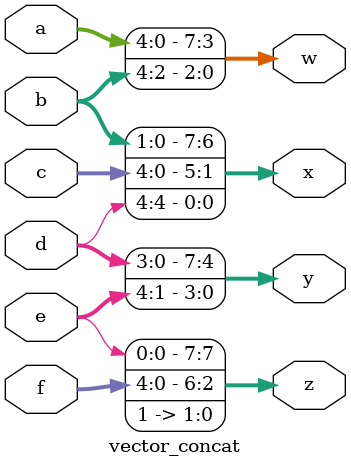
<source format=v>
module vector_concat (
	input 	[4 : 0] a, b, c, d, e, f,
	output	[7 : 0]	w, x, y, z
);

	// 代码量预计1行
	assign { w, x, y, z } = { a, b, c, d, e, f, 2'b11 };

endmodule

</source>
